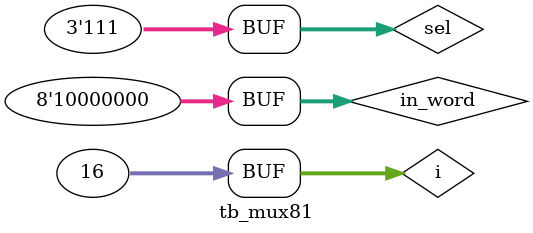
<source format=v>
`timescale 1ns/10ps
module tb_mux81;
    reg [2:0] sel;
    reg [7:0] in_word;
    wire      out_bit;
    integer  i;

    mux81_case U0 (sel, in_word, out_bit);

    initial begin
        in_word = 8'b0000_0000;
        sel = 3'b000;

        for ( i = 0; i<16; i=i+1) begin  
            in_word = 8'b0000_0001 << (i%8);
            sel = i;
            #10;
        end
        #10;
    end 
endmodule




</source>
